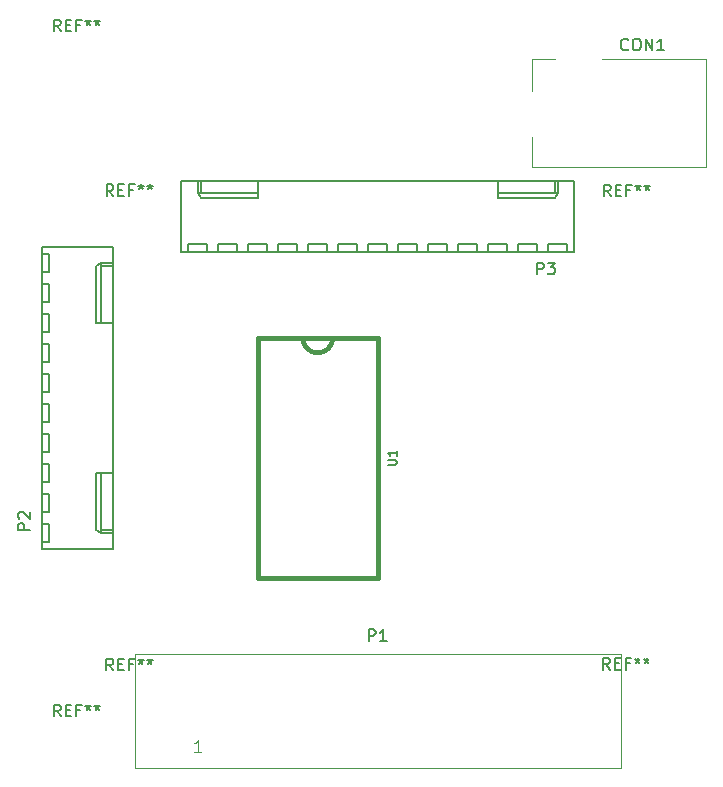
<source format=gbr>
G04 #@! TF.FileFunction,Legend,Top*
%FSLAX46Y46*%
G04 Gerber Fmt 4.6, Leading zero omitted, Abs format (unit mm)*
G04 Created by KiCad (PCBNEW 4.0.5-e0-6337~49~ubuntu16.04.1) date Sun Jan 15 23:05:11 2017*
%MOMM*%
%LPD*%
G01*
G04 APERTURE LIST*
%ADD10C,0.100000*%
%ADD11C,0.120000*%
%ADD12C,0.381000*%
%ADD13C,0.150000*%
%ADD14C,0.152400*%
G04 APERTURE END LIST*
D10*
D11*
X119117300Y-120752200D02*
X160257300Y-120752200D01*
X160257300Y-120752200D02*
X160257300Y-130352200D01*
X160257300Y-130352200D02*
X119117300Y-130352200D01*
X119117300Y-130352200D02*
X119117300Y-120752200D01*
D12*
X134620000Y-95250000D02*
G75*
G03X135890000Y-93980000I0J1270000D01*
G01*
X133350000Y-93980000D02*
G75*
G03X134620000Y-95250000I1270000J0D01*
G01*
X139700000Y-93980000D02*
X129540000Y-93980000D01*
X129540000Y-93980000D02*
X129540000Y-114300000D01*
X129540000Y-114300000D02*
X139700000Y-114300000D01*
X139700000Y-114300000D02*
X139700000Y-93980000D01*
D13*
X111280000Y-111860000D02*
X117280000Y-111860000D01*
X117280000Y-111860000D02*
X117280000Y-86260000D01*
X117280000Y-86260000D02*
X111280000Y-86260000D01*
X111280000Y-86260000D02*
X111280000Y-111860000D01*
X117280000Y-110490000D02*
X116280000Y-110490000D01*
X116280000Y-110490000D02*
X116280000Y-105410000D01*
X116280000Y-105410000D02*
X117280000Y-105410000D01*
X116280000Y-110490000D02*
X115850000Y-110240000D01*
X115850000Y-110240000D02*
X115850000Y-105410000D01*
X115850000Y-105410000D02*
X116280000Y-105410000D01*
X117280000Y-110240000D02*
X116280000Y-110240000D01*
X117280000Y-87630000D02*
X116280000Y-87630000D01*
X116280000Y-87630000D02*
X116280000Y-92710000D01*
X116280000Y-92710000D02*
X117280000Y-92710000D01*
X116280000Y-87630000D02*
X115850000Y-87880000D01*
X115850000Y-87880000D02*
X115850000Y-92710000D01*
X115850000Y-92710000D02*
X116280000Y-92710000D01*
X117280000Y-87880000D02*
X116280000Y-87880000D01*
X111280000Y-111290000D02*
X111900000Y-111290000D01*
X111900000Y-111290000D02*
X111900000Y-109690000D01*
X111900000Y-109690000D02*
X111280000Y-109690000D01*
X111280000Y-108750000D02*
X111900000Y-108750000D01*
X111900000Y-108750000D02*
X111900000Y-107150000D01*
X111900000Y-107150000D02*
X111280000Y-107150000D01*
X111280000Y-106210000D02*
X111900000Y-106210000D01*
X111900000Y-106210000D02*
X111900000Y-104610000D01*
X111900000Y-104610000D02*
X111280000Y-104610000D01*
X111280000Y-103670000D02*
X111900000Y-103670000D01*
X111900000Y-103670000D02*
X111900000Y-102070000D01*
X111900000Y-102070000D02*
X111280000Y-102070000D01*
X111280000Y-101130000D02*
X111900000Y-101130000D01*
X111900000Y-101130000D02*
X111900000Y-99530000D01*
X111900000Y-99530000D02*
X111280000Y-99530000D01*
X111280000Y-98590000D02*
X111900000Y-98590000D01*
X111900000Y-98590000D02*
X111900000Y-96990000D01*
X111900000Y-96990000D02*
X111280000Y-96990000D01*
X111280000Y-96050000D02*
X111900000Y-96050000D01*
X111900000Y-96050000D02*
X111900000Y-94450000D01*
X111900000Y-94450000D02*
X111280000Y-94450000D01*
X111280000Y-93510000D02*
X111900000Y-93510000D01*
X111900000Y-93510000D02*
X111900000Y-91910000D01*
X111900000Y-91910000D02*
X111280000Y-91910000D01*
X111280000Y-90970000D02*
X111900000Y-90970000D01*
X111900000Y-90970000D02*
X111900000Y-89370000D01*
X111900000Y-89370000D02*
X111280000Y-89370000D01*
X111280000Y-88430000D02*
X111900000Y-88430000D01*
X111900000Y-88430000D02*
X111900000Y-86830000D01*
X111900000Y-86830000D02*
X111280000Y-86830000D01*
D11*
X158670000Y-70330000D02*
X167470000Y-70330000D01*
X167470000Y-70330000D02*
X167470000Y-79530000D01*
X152770000Y-73030000D02*
X152770000Y-70330000D01*
X152770000Y-70330000D02*
X154670000Y-70330000D01*
X167470000Y-79530000D02*
X152770000Y-79530000D01*
X152770000Y-79530000D02*
X152770000Y-76930000D01*
D13*
X156297300Y-86674900D02*
X156297300Y-80674900D01*
X156297300Y-80674900D02*
X123077300Y-80674900D01*
X123077300Y-80674900D02*
X123077300Y-86674900D01*
X123077300Y-86674900D02*
X156297300Y-86674900D01*
X154927300Y-80674900D02*
X154927300Y-81674900D01*
X154927300Y-81674900D02*
X149847300Y-81674900D01*
X149847300Y-81674900D02*
X149847300Y-80674900D01*
X154927300Y-81674900D02*
X154677300Y-82104900D01*
X154677300Y-82104900D02*
X149847300Y-82104900D01*
X149847300Y-82104900D02*
X149847300Y-81674900D01*
X154677300Y-80674900D02*
X154677300Y-81674900D01*
X124447300Y-80674900D02*
X124447300Y-81674900D01*
X124447300Y-81674900D02*
X129527300Y-81674900D01*
X129527300Y-81674900D02*
X129527300Y-80674900D01*
X124447300Y-81674900D02*
X124697300Y-82104900D01*
X124697300Y-82104900D02*
X129527300Y-82104900D01*
X129527300Y-82104900D02*
X129527300Y-81674900D01*
X124697300Y-80674900D02*
X124697300Y-81674900D01*
X155727300Y-86674900D02*
X155727300Y-86054900D01*
X155727300Y-86054900D02*
X154127300Y-86054900D01*
X154127300Y-86054900D02*
X154127300Y-86674900D01*
X153187300Y-86674900D02*
X153187300Y-86054900D01*
X153187300Y-86054900D02*
X151587300Y-86054900D01*
X151587300Y-86054900D02*
X151587300Y-86674900D01*
X150647300Y-86674900D02*
X150647300Y-86054900D01*
X150647300Y-86054900D02*
X149047300Y-86054900D01*
X149047300Y-86054900D02*
X149047300Y-86674900D01*
X148107300Y-86674900D02*
X148107300Y-86054900D01*
X148107300Y-86054900D02*
X146507300Y-86054900D01*
X146507300Y-86054900D02*
X146507300Y-86674900D01*
X145567300Y-86674900D02*
X145567300Y-86054900D01*
X145567300Y-86054900D02*
X143967300Y-86054900D01*
X143967300Y-86054900D02*
X143967300Y-86674900D01*
X143027300Y-86674900D02*
X143027300Y-86054900D01*
X143027300Y-86054900D02*
X141427300Y-86054900D01*
X141427300Y-86054900D02*
X141427300Y-86674900D01*
X140487300Y-86674900D02*
X140487300Y-86054900D01*
X140487300Y-86054900D02*
X138887300Y-86054900D01*
X138887300Y-86054900D02*
X138887300Y-86674900D01*
X137947300Y-86674900D02*
X137947300Y-86054900D01*
X137947300Y-86054900D02*
X136347300Y-86054900D01*
X136347300Y-86054900D02*
X136347300Y-86674900D01*
X135407300Y-86674900D02*
X135407300Y-86054900D01*
X135407300Y-86054900D02*
X133807300Y-86054900D01*
X133807300Y-86054900D02*
X133807300Y-86674900D01*
X132867300Y-86674900D02*
X132867300Y-86054900D01*
X132867300Y-86054900D02*
X131267300Y-86054900D01*
X131267300Y-86054900D02*
X131267300Y-86674900D01*
X130327300Y-86674900D02*
X130327300Y-86054900D01*
X130327300Y-86054900D02*
X128727300Y-86054900D01*
X128727300Y-86054900D02*
X128727300Y-86674900D01*
X127787300Y-86674900D02*
X127787300Y-86054900D01*
X127787300Y-86054900D02*
X126187300Y-86054900D01*
X126187300Y-86054900D02*
X126187300Y-86674900D01*
X125247300Y-86674900D02*
X125247300Y-86054900D01*
X125247300Y-86054900D02*
X123647300Y-86054900D01*
X123647300Y-86054900D02*
X123647300Y-86674900D01*
X138949205Y-119654581D02*
X138949205Y-118654581D01*
X139330158Y-118654581D01*
X139425396Y-118702200D01*
X139473015Y-118749819D01*
X139520634Y-118845057D01*
X139520634Y-118987914D01*
X139473015Y-119083152D01*
X139425396Y-119130771D01*
X139330158Y-119178390D01*
X138949205Y-119178390D01*
X140473015Y-119654581D02*
X139901586Y-119654581D01*
X140187300Y-119654581D02*
X140187300Y-118654581D01*
X140092062Y-118797438D01*
X139996824Y-118892676D01*
X139901586Y-118940295D01*
D11*
X124753015Y-128994581D02*
X124181586Y-128994581D01*
X124467300Y-128994581D02*
X124467300Y-127994581D01*
X124372062Y-128137438D01*
X124276824Y-128232676D01*
X124181586Y-128280295D01*
D14*
X140552714Y-104720571D02*
X141169571Y-104720571D01*
X141242143Y-104684286D01*
X141278429Y-104648000D01*
X141314714Y-104575429D01*
X141314714Y-104430286D01*
X141278429Y-104357714D01*
X141242143Y-104321429D01*
X141169571Y-104285143D01*
X140552714Y-104285143D01*
X141314714Y-103523143D02*
X141314714Y-103958571D01*
X141314714Y-103740857D02*
X140552714Y-103740857D01*
X140661571Y-103813428D01*
X140734143Y-103886000D01*
X140770429Y-103958571D01*
D13*
X110252381Y-110228095D02*
X109252381Y-110228095D01*
X109252381Y-109847142D01*
X109300000Y-109751904D01*
X109347619Y-109704285D01*
X109442857Y-109656666D01*
X109585714Y-109656666D01*
X109680952Y-109704285D01*
X109728571Y-109751904D01*
X109776190Y-109847142D01*
X109776190Y-110228095D01*
X109347619Y-109275714D02*
X109300000Y-109228095D01*
X109252381Y-109132857D01*
X109252381Y-108894761D01*
X109300000Y-108799523D01*
X109347619Y-108751904D01*
X109442857Y-108704285D01*
X109538095Y-108704285D01*
X109680952Y-108751904D01*
X110252381Y-109323333D01*
X110252381Y-108704285D01*
X159423267Y-81991581D02*
X159089933Y-81515390D01*
X158851838Y-81991581D02*
X158851838Y-80991581D01*
X159232791Y-80991581D01*
X159328029Y-81039200D01*
X159375648Y-81086819D01*
X159423267Y-81182057D01*
X159423267Y-81324914D01*
X159375648Y-81420152D01*
X159328029Y-81467771D01*
X159232791Y-81515390D01*
X158851838Y-81515390D01*
X159851838Y-81467771D02*
X160185172Y-81467771D01*
X160328029Y-81991581D02*
X159851838Y-81991581D01*
X159851838Y-80991581D01*
X160328029Y-80991581D01*
X161089934Y-81467771D02*
X160756600Y-81467771D01*
X160756600Y-81991581D02*
X160756600Y-80991581D01*
X161232791Y-80991581D01*
X161756600Y-80991581D02*
X161756600Y-81229676D01*
X161518505Y-81134438D02*
X161756600Y-81229676D01*
X161994696Y-81134438D01*
X161613743Y-81420152D02*
X161756600Y-81229676D01*
X161899458Y-81420152D01*
X162518505Y-80991581D02*
X162518505Y-81229676D01*
X162280410Y-81134438D02*
X162518505Y-81229676D01*
X162756601Y-81134438D01*
X162375648Y-81420152D02*
X162518505Y-81229676D01*
X162661363Y-81420152D01*
X159359767Y-122060081D02*
X159026433Y-121583890D01*
X158788338Y-122060081D02*
X158788338Y-121060081D01*
X159169291Y-121060081D01*
X159264529Y-121107700D01*
X159312148Y-121155319D01*
X159359767Y-121250557D01*
X159359767Y-121393414D01*
X159312148Y-121488652D01*
X159264529Y-121536271D01*
X159169291Y-121583890D01*
X158788338Y-121583890D01*
X159788338Y-121536271D02*
X160121672Y-121536271D01*
X160264529Y-122060081D02*
X159788338Y-122060081D01*
X159788338Y-121060081D01*
X160264529Y-121060081D01*
X161026434Y-121536271D02*
X160693100Y-121536271D01*
X160693100Y-122060081D02*
X160693100Y-121060081D01*
X161169291Y-121060081D01*
X161693100Y-121060081D02*
X161693100Y-121298176D01*
X161455005Y-121202938D02*
X161693100Y-121298176D01*
X161931196Y-121202938D01*
X161550243Y-121488652D02*
X161693100Y-121298176D01*
X161835958Y-121488652D01*
X162455005Y-121060081D02*
X162455005Y-121298176D01*
X162216910Y-121202938D02*
X162455005Y-121298176D01*
X162693101Y-121202938D01*
X162312148Y-121488652D02*
X162455005Y-121298176D01*
X162597863Y-121488652D01*
X117297367Y-122123581D02*
X116964033Y-121647390D01*
X116725938Y-122123581D02*
X116725938Y-121123581D01*
X117106891Y-121123581D01*
X117202129Y-121171200D01*
X117249748Y-121218819D01*
X117297367Y-121314057D01*
X117297367Y-121456914D01*
X117249748Y-121552152D01*
X117202129Y-121599771D01*
X117106891Y-121647390D01*
X116725938Y-121647390D01*
X117725938Y-121599771D02*
X118059272Y-121599771D01*
X118202129Y-122123581D02*
X117725938Y-122123581D01*
X117725938Y-121123581D01*
X118202129Y-121123581D01*
X118964034Y-121599771D02*
X118630700Y-121599771D01*
X118630700Y-122123581D02*
X118630700Y-121123581D01*
X119106891Y-121123581D01*
X119630700Y-121123581D02*
X119630700Y-121361676D01*
X119392605Y-121266438D02*
X119630700Y-121361676D01*
X119868796Y-121266438D01*
X119487843Y-121552152D02*
X119630700Y-121361676D01*
X119773558Y-121552152D01*
X120392605Y-121123581D02*
X120392605Y-121361676D01*
X120154510Y-121266438D02*
X120392605Y-121361676D01*
X120630701Y-121266438D01*
X120249748Y-121552152D02*
X120392605Y-121361676D01*
X120535463Y-121552152D01*
X117310067Y-81978881D02*
X116976733Y-81502690D01*
X116738638Y-81978881D02*
X116738638Y-80978881D01*
X117119591Y-80978881D01*
X117214829Y-81026500D01*
X117262448Y-81074119D01*
X117310067Y-81169357D01*
X117310067Y-81312214D01*
X117262448Y-81407452D01*
X117214829Y-81455071D01*
X117119591Y-81502690D01*
X116738638Y-81502690D01*
X117738638Y-81455071D02*
X118071972Y-81455071D01*
X118214829Y-81978881D02*
X117738638Y-81978881D01*
X117738638Y-80978881D01*
X118214829Y-80978881D01*
X118976734Y-81455071D02*
X118643400Y-81455071D01*
X118643400Y-81978881D02*
X118643400Y-80978881D01*
X119119591Y-80978881D01*
X119643400Y-80978881D02*
X119643400Y-81216976D01*
X119405305Y-81121738D02*
X119643400Y-81216976D01*
X119881496Y-81121738D01*
X119500543Y-81407452D02*
X119643400Y-81216976D01*
X119786258Y-81407452D01*
X120405305Y-80978881D02*
X120405305Y-81216976D01*
X120167210Y-81121738D02*
X120405305Y-81216976D01*
X120643401Y-81121738D01*
X120262448Y-81407452D02*
X120405305Y-81216976D01*
X120548163Y-81407452D01*
X160905715Y-69537143D02*
X160858096Y-69584762D01*
X160715239Y-69632381D01*
X160620001Y-69632381D01*
X160477143Y-69584762D01*
X160381905Y-69489524D01*
X160334286Y-69394286D01*
X160286667Y-69203810D01*
X160286667Y-69060952D01*
X160334286Y-68870476D01*
X160381905Y-68775238D01*
X160477143Y-68680000D01*
X160620001Y-68632381D01*
X160715239Y-68632381D01*
X160858096Y-68680000D01*
X160905715Y-68727619D01*
X161524762Y-68632381D02*
X161715239Y-68632381D01*
X161810477Y-68680000D01*
X161905715Y-68775238D01*
X161953334Y-68965714D01*
X161953334Y-69299048D01*
X161905715Y-69489524D01*
X161810477Y-69584762D01*
X161715239Y-69632381D01*
X161524762Y-69632381D01*
X161429524Y-69584762D01*
X161334286Y-69489524D01*
X161286667Y-69299048D01*
X161286667Y-68965714D01*
X161334286Y-68775238D01*
X161429524Y-68680000D01*
X161524762Y-68632381D01*
X162381905Y-69632381D02*
X162381905Y-68632381D01*
X162953334Y-69632381D01*
X162953334Y-68632381D01*
X163953334Y-69632381D02*
X163381905Y-69632381D01*
X163667619Y-69632381D02*
X163667619Y-68632381D01*
X163572381Y-68775238D01*
X163477143Y-68870476D01*
X163381905Y-68918095D01*
X153189205Y-88607281D02*
X153189205Y-87607281D01*
X153570158Y-87607281D01*
X153665396Y-87654900D01*
X153713015Y-87702519D01*
X153760634Y-87797757D01*
X153760634Y-87940614D01*
X153713015Y-88035852D01*
X153665396Y-88083471D01*
X153570158Y-88131090D01*
X153189205Y-88131090D01*
X154093967Y-87607281D02*
X154713015Y-87607281D01*
X154379681Y-87988233D01*
X154522539Y-87988233D01*
X154617777Y-88035852D01*
X154665396Y-88083471D01*
X154713015Y-88178710D01*
X154713015Y-88416805D01*
X154665396Y-88512043D01*
X154617777Y-88559662D01*
X154522539Y-88607281D01*
X154236824Y-88607281D01*
X154141586Y-88559662D01*
X154093967Y-88512043D01*
X112856667Y-68022381D02*
X112523333Y-67546190D01*
X112285238Y-68022381D02*
X112285238Y-67022381D01*
X112666191Y-67022381D01*
X112761429Y-67070000D01*
X112809048Y-67117619D01*
X112856667Y-67212857D01*
X112856667Y-67355714D01*
X112809048Y-67450952D01*
X112761429Y-67498571D01*
X112666191Y-67546190D01*
X112285238Y-67546190D01*
X113285238Y-67498571D02*
X113618572Y-67498571D01*
X113761429Y-68022381D02*
X113285238Y-68022381D01*
X113285238Y-67022381D01*
X113761429Y-67022381D01*
X114523334Y-67498571D02*
X114190000Y-67498571D01*
X114190000Y-68022381D02*
X114190000Y-67022381D01*
X114666191Y-67022381D01*
X115190000Y-67022381D02*
X115190000Y-67260476D01*
X114951905Y-67165238D02*
X115190000Y-67260476D01*
X115428096Y-67165238D01*
X115047143Y-67450952D02*
X115190000Y-67260476D01*
X115332858Y-67450952D01*
X115951905Y-67022381D02*
X115951905Y-67260476D01*
X115713810Y-67165238D02*
X115951905Y-67260476D01*
X116190001Y-67165238D01*
X115809048Y-67450952D02*
X115951905Y-67260476D01*
X116094763Y-67450952D01*
X112856667Y-126022381D02*
X112523333Y-125546190D01*
X112285238Y-126022381D02*
X112285238Y-125022381D01*
X112666191Y-125022381D01*
X112761429Y-125070000D01*
X112809048Y-125117619D01*
X112856667Y-125212857D01*
X112856667Y-125355714D01*
X112809048Y-125450952D01*
X112761429Y-125498571D01*
X112666191Y-125546190D01*
X112285238Y-125546190D01*
X113285238Y-125498571D02*
X113618572Y-125498571D01*
X113761429Y-126022381D02*
X113285238Y-126022381D01*
X113285238Y-125022381D01*
X113761429Y-125022381D01*
X114523334Y-125498571D02*
X114190000Y-125498571D01*
X114190000Y-126022381D02*
X114190000Y-125022381D01*
X114666191Y-125022381D01*
X115190000Y-125022381D02*
X115190000Y-125260476D01*
X114951905Y-125165238D02*
X115190000Y-125260476D01*
X115428096Y-125165238D01*
X115047143Y-125450952D02*
X115190000Y-125260476D01*
X115332858Y-125450952D01*
X115951905Y-125022381D02*
X115951905Y-125260476D01*
X115713810Y-125165238D02*
X115951905Y-125260476D01*
X116190001Y-125165238D01*
X115809048Y-125450952D02*
X115951905Y-125260476D01*
X116094763Y-125450952D01*
M02*

</source>
